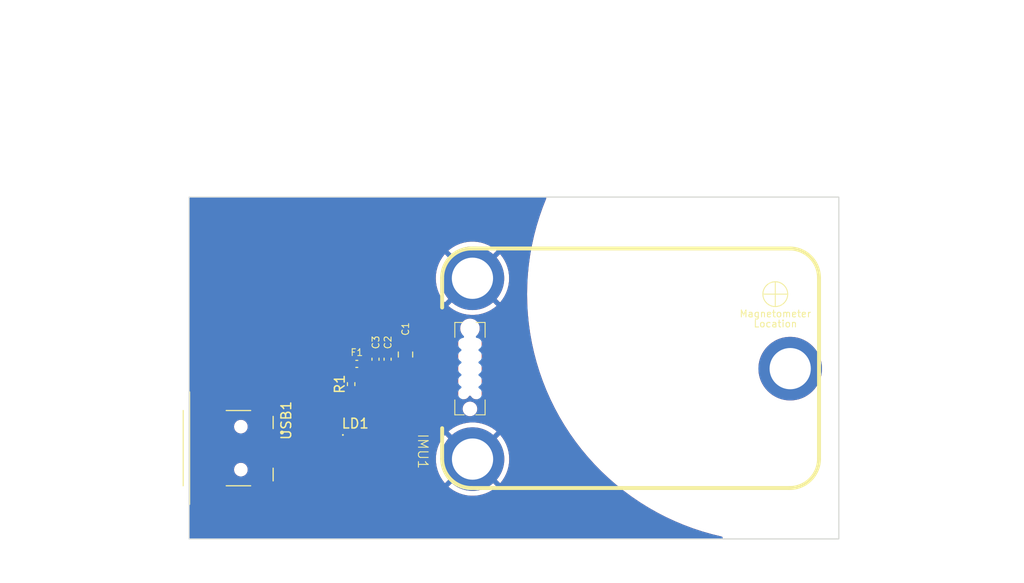
<source format=kicad_pcb>
(kicad_pcb (version 20221018) (generator pcbnew)
  (layers (0 "F.Cu" signal) (31 "B.Cu" signal) (34 "B.Paste" user) (35 "F.Paste" user) (36 "B.SilkS" user "B.Silkscreen") (37 "F.SilkS" user "F.Silkscreen") (38 "B.Mask" user) (39 "F.Mask" user) (44 "Edge.Cuts" user))
  (net 0 "")
  (net 1 "Net-(IMU1-VCC)")
  (net 2 "GND")
  (net 3 "+3V3")
  (net 12 "Net-(LD1-A)")
  (net 13 "VBUS")
  (footprint "Capacitor_SMD:C_0402_1005Metric" (layer "F.Cu") (at 114.31 96.33 90)
    (fp_text reference "C2" (at 1.72 0.03 90) (layer "F.SilkS") (effects (font (size 0.7 0.7) (thickness 0.1))))
    (fp_text value "0.1uF")
    (fp_line (start -0.107836 -0.36) (end 0.107836 -0.36) (stroke (width 0.12)) (layer "F.SilkS"))
    (fp_line (start -0.107836 0.36) (end 0.107836 0.36) (stroke (width 0.12)) (layer "F.SilkS"))
    (pad "1" smd roundrect (at -0.48 0 90) (size 0.56 0.62) (layers "F.Cu" "F.Paste" "F.Mask") (net 1 "Net-(IMU1-VCC)"))
    (pad "2" smd roundrect (at 0.48 0 90) (size 0.56 0.62) (layers "F.Cu" "F.Paste" "F.Mask") (net 2 "GND"))
  )
  (footprint "Herranz - Various:3DM-CV7" (layer "F.Cu") (at 122.99 106.54)
    (fp_text reference "IMU1" (at -5.07 -0.78 -90 unlocked) (layer "F.SilkS") (effects (font (thickness 0.1))))
    (fp_text value "SMD")
    (fp_text user "Magnetometer" (at 27.283001 -14.45 unlocked) (layer "F.SilkS") (effects (font (size 0.7 0.7) (thickness 0.1)) (justify left bottom)))
    (fp_text user "Location" (at 28.716334 -13.42 unlocked) (layer "F.SilkS") (effects (font (size 0.7 0.7) (thickness 0.1)) (justify left bottom)))
    (fp_line (start -3.1 -18.54) (end -3.1 -15.5) (stroke (width 0.4)) (layer "F.SilkS"))
    (fp_line (start -3.1 -0.03) (end -3.1 -3.15) (stroke (width 0.4)) (layer "F.SilkS"))
    (fp_line (start -1.804 -13.9706) (end -1.054 -13.9706) (stroke (width 0.1)) (layer "F.SilkS"))
    (fp_line (start -1.804 -12.4456) (end -1.804 -13.9706) (stroke (width 0.1)) (layer "F.SilkS"))
    (fp_line (start -1.804 -4.5206) (end -1.804 -6.0456) (stroke (width 0.1)) (layer "F.SilkS"))
    (fp_line (start -0.854 -4.5206) (end -1.804 -4.5206) (stroke (width 0.1)) (layer "F.SilkS"))
    (fp_line (start -0.1 -21.54) (end 32.46 -21.54) (stroke (width 0.4)) (layer "F.SilkS"))
    (fp_line (start 0.346 -4.5206) (end 1.296 -4.5206) (stroke (width 0.1)) (layer "F.SilkS"))
    (fp_line (start 1.296 -13.9706) (end 0.381 -13.9706) (stroke (width 0.1)) (layer "F.SilkS"))
    (fp_line (start 1.296 -12.4456) (end 1.296 -13.9706) (stroke (width 0.1)) (layer "F.SilkS"))
    (fp_line (start 1.296 -4.5206) (end 1.296 -6.0456) (stroke (width 0.1)) (layer "F.SilkS"))
    (fp_line (start 29.718 -16.8656) (end 32.258 -16.8656) (stroke (width 0.1)) (layer "F.SilkS"))
    (fp_line (start 30.988 -18.1356) (end 30.988 -15.5956) (stroke (width 0.1)) (layer "F.SilkS"))
    (fp_line (start 32.46 2.97) (end -0.1 2.97) (stroke (width 0.4)) (layer "F.SilkS"))
    (fp_line (start 35.46 -18.54) (end 35.46 -0.03) (stroke (width 0.4)) (layer "F.SilkS"))
    (fp_arc (start -3.1 -18.54) (mid -2.22132 -20.66132) (end -0.1 -21.54) (stroke (width 0.4)) (layer "F.SilkS"))
    (fp_arc (start -0.1 2.97) (mid -2.22132 2.09132) (end -3.1 -0.03) (stroke (width 0.4)) (layer "F.SilkS"))
    (fp_arc (start 32.46 -21.54) (mid 34.58132 -20.66132) (end 35.46 -18.54) (stroke (width 0.4)) (layer "F.SilkS"))
    (fp_arc (start 35.46 -0.03) (mid 34.58132 2.09132) (end 32.46 2.97) (stroke (width 0.4)) (layer "F.SilkS"))
    (fp_circle (center 30.988 -16.8656) (end 32.258 -16.8656) (stroke (width 0.1)) (fill none) (layer "F.SilkS"))
    (pad "" np_thru_hole circle (at -0.889 -11.7856 90) (size 0.7 0.7) (drill 0.7) (layers "*.Cu" "*.Mask"))
    (pad "" np_thru_hole circle (at -0.889 -10.5156 90) (size 0.7 0.7) (drill 0.7) (layers "*.Cu" "*.Mask"))
    (pad "" np_thru_hole circle (at -0.889 -9.2456 90) (size 0.7 0.7) (drill 0.7) (layers "*.Cu" "*.Mask"))
    (pad "" np_thru_hole circle (at -0.889 -7.9756 90) (size 0.7 0.7) (drill 0.7) (layers "*.Cu" "*.Mask"))
    (pad "" np_thru_hole circle (at -0.889 -6.7056 90) (size 0.7 0.7) (drill 0.7) (layers "*.Cu" "*.Mask"))
    (pad "" np_thru_hole circle (at -0.254 -13.3656 90) (size 1.5 1.5) (drill 1.5) (layers "*.Cu" "*.Mask"))
    (pad "" np_thru_hole circle (at -0.254 -5.1256 90) (size 1 1) (drill 1) (layers "*.Cu" "*.Mask"))
    (pad "" np_thru_hole circle (at 0.381 -11.7856 90) (size 0.7 0.7) (drill 0.7) (layers "*.Cu" "*.Mask"))
    (pad "" np_thru_hole circle (at 0.381 -10.5156 90) (size 0.7 0.7) (drill 0.7) (layers "*.Cu" "*.Mask"))
    (pad "" np_thru_hole circle (at 0.381 -9.2456 90) (size 0.7 0.7) (drill 0.7) (layers "*.Cu" "*.Mask"))
    (pad "" np_thru_hole circle (at 0.381 -7.9756 90) (size 0.7 0.7) (drill 0.7) (layers "*.Cu" "*.Mask"))
    (pad "" np_thru_hole circle (at 0.381 -6.7056 90) (size 0.7 0.7) (drill 0.7) (layers "*.Cu" "*.Mask"))
    (pad "1" smd rect (at -2.304 -6.7056 90) (size 0.74 1.7) (layers "F.Cu" "F.Paste" "F.Mask"))
    (pad "2" smd rect (at 1.796 -6.7056 90) (size 0.74 1.7) (layers "F.Cu" "F.Paste" "F.Mask"))
    (pad "3" smd rect (at -2.304 -7.9756 90) (size 0.74 1.7) (layers "F.Cu" "F.Paste" "F.Mask") (net 1 "Net-(IMU1-VCC)"))
    (pad "4" smd rect (at 1.796 -7.9756 90) (size 0.74 1.7) (layers "F.Cu" "F.Paste" "F.Mask"))
    (pad "5" smd rect (at -2.304 -9.2456 90) (size 0.74 1.7) (layers "F.Cu" "F.Paste" "F.Mask"))
    (pad "6" smd rect (at 1.796 -9.2456 90) (size 0.74 1.7) (layers "F.Cu" "F.Paste" "F.Mask"))
    (pad "7" smd rect (at -2.304 -10.5156 90) (size 0.74 1.7) (layers "F.Cu" "F.Paste" "F.Mask"))
    (pad "8" smd rect (at 1.796 -10.5156 90) (size 0.74 1.7) (layers "F.Cu" "F.Paste" "F.Mask") (net 2 "GND"))
    (pad "9" smd rect (at -2.304 -11.7856 90) (size 0.74 1.7) (layers "F.Cu" "F.Paste" "F.Mask"))
    (pad "10" smd rect (at 1.796 -11.7856 90) (size 0.74 1.7) (layers "F.Cu" "F.Paste" "F.Mask"))
    (zone (net 0) (net_name "") (layers "*.Cu" "User.1") (connect_pads (clearance 0)) (min_thickness 0.25)
      (keepout (tracks not_allowed) (vias not_allowed) (pads not_allowed) (copperpour not_allowed) (footprints not_allowed))
      (fill (thermal_gap 0.5) (thermal_bridge_width 0.5))
      (polygon (pts (xy 179.378 89.6744) (xy 179.357919 88.664585) (xy 179.297707 87.656366) (xy 179.197459 86.651338) (xy 179.057334 85.65109) (xy 178.877553 84.657204) (xy 178.658401 83.671251) (xy 178.400225 82.694791) (xy 178.103431 81.729366) (xy 177.768491 80.776504) (xy 177.395933 79.837712) (xy 176.986346 78.914474) (xy 176.540378 78.008249) (xy 176.058735 77.120471) (xy 175.542177 76.252543) (xy 174.991522 75.405838) (xy 174.407641 74.581694) (xy 173.791456 73.781415) (xy 173.143941 73.006266) (xy 172.466122 72.257473) (xy 171.759069 71.536219) (xy 171.0239 70.843646) (xy 170.261778 70.180848) (xy 169.473909 69.548874) (xy 168.661537 68.948722) (xy 167.825947 68.381341) (xy 166.968461 67.847629) (xy 166.090435 67.34843) (xy 165.193256 66.884533) (xy 164.278343 66.456671) (xy 163.347144 66.065521) (xy 162.40113 65.711702) (xy 161.441797 65.395773) (xy 160.470662 65.118233) (xy 159.489262 64.879522) (xy 158.499147 64.680016) (xy 157.501883 64.520032) (xy 156.499046 64.399821) (xy 155.492224 64.319576) (xy 154.483008 64.279421) (xy 153.472992 64.279421) (xy 152.463776 64.319576) (xy 151.456954 64.399821) (xy 150.454117 64.520032) (xy 149.456853 64.680016) (xy 148.466738 64.879522) (xy 147.485338 65.118233) (xy 146.514203 65.395773) (xy 145.55487 65.711702) (xy 144.608856 66.065521) (xy 143.677657 66.456671) (xy 142.762744 66.884533) (xy 141.865565 67.34843) (xy 140.987539 67.847629) (xy 140.130053 68.381341) (xy 139.294463 68.948722) (xy 138.482091 69.548874) (xy 137.694222 70.180848) (xy 136.9321 70.843646) (xy 136.196931 71.536219) (xy 135.489878 72.257473) (xy 134.812059 73.006266) (xy 134.164544 73.781415) (xy 133.548359 74.581694) (xy 132.964478 75.405838) (xy 132.413823 76.252543) (xy 131.897265 77.120471) (xy 131.415622 78.008249) (xy 130.969654 78.914474) (xy 130.560067 79.837712) (xy 130.187509 80.776504) (xy 129.852569 81.729366) (xy 129.555775 82.694791) (xy 129.297599 83.671251) (xy 129.078447 84.657204) (xy 128.898666 85.65109) (xy 128.758541 86.651338) (xy 128.658293 87.656366) (xy 128.598081 88.664585) (xy 128.578 89.6744) (xy 128.598081 90.684215) (xy 128.658293 91.692434) (xy 128.758541 92.697462) (xy 128.898666 93.69771) (xy 129.078447 94.691596) (xy 129.297599 95.677549) (xy 129.555775 96.654009) (xy 129.852569 97.619434) (xy 130.187509 98.572296) (xy 130.560067 99.511088) (xy 130.969654 100.434326) (xy 131.415622 101.340551) (xy 131.897265 102.228329) (xy 132.413823 103.096257) (xy 132.964478 103.942962) (xy 133.548359 104.767106) (xy 134.164544 105.567385) (xy 134.812059 106.342534) (xy 135.489878 107.091327) (xy 136.196931 107.812581) (xy 136.9321 108.505154) (xy 137.694222 109.167952) (xy 138.482091 109.799926) (xy 139.294463 110.400078) (xy 140.130053 110.967459) (xy 140.987539 111.501171) (xy 141.865565 112.00037) (xy 142.762744 112.464267) (xy 143.677657 112.892129) (xy 144.608856 113.283279) (xy 145.55487 113.637098) (xy 146.514203 113.953027) (xy 147.485338 114.230567) (xy 148.466738 114.469278) (xy 149.456853 114.668784) (xy 150.454117 114.828768) (xy 151.456954 114.948979) (xy 152.463776 115.029224) (xy 153.472992 115.069379) (xy 154.483008 115.069379) (xy 155.492224 115.029224) (xy 156.499046 114.948979) (xy 157.501883 114.828768) (xy 158.499147 114.668784) (xy 159.489262 114.469278) (xy 160.470662 114.230567) (xy 161.441797 113.953027) (xy 162.40113 113.637098) (xy 163.347144 113.283279) (xy 164.278343 112.892129) (xy 165.193256 112.464267) (xy 166.090435 112.00037) (xy 166.968461 111.501171) (xy 167.825947 110.967459) (xy 168.661537 110.400078) (xy 169.473909 109.799926) (xy 170.261778 109.167952) (xy 171.0239 108.505154) (xy 171.759069 107.812581) (xy 172.466122 107.091327) (xy 173.143941 106.342534) (xy 173.791456 105.567385) (xy 174.407641 104.767106) (xy 174.991522 103.942962) (xy 175.542177 103.096257) (xy 176.058735 102.228329) (xy 176.540378 101.340551) (xy 176.986346 100.434326) (xy 177.395933 99.511088) (xy 177.768491 98.572296) (xy 178.103431 97.619434) (xy 178.400225 96.654009) (xy 178.658401 95.677549) (xy 178.877553 94.691596) (xy 179.057334 93.69771) (xy 179.197459 92.697462) (xy 179.297707 91.692434) (xy 179.357919 90.684215)))
    )
  )
  (footprint "Herranz - Conn General:TE_1734328-1" (layer "F.Cu") (at 101.7975 105.43 -90)
    (fp_text reference "USB1" (at -2.83005 -2.13883 90) (layer "F.SilkS") (effects (font (size 1.001795 1.001795))))
    (fp_text value "1734328-1")
    (fp_line (start -5.75 7.75) (end 5.75 7.75) (stroke (width 0.127)) (layer "F.SilkS"))
    (fp_line (start -3.85 1.5) (end -3.85 4) (stroke (width 0.127)) (layer "F.SilkS"))
    (fp_line (start -3.85 8.4) (end 3.85 8.4) (stroke (width 0.127)) (layer "F.SilkS"))
    (fp_line (start -3.25 -0.8) (end -2 -0.8) (stroke (width 0.127)) (layer "F.SilkS"))
    (fp_line (start 2.05 -0.8) (end 3.35 -0.8) (stroke (width 0.127)) (layer "F.SilkS"))
    (fp_line (start 3.85 1.5) (end 3.85 4) (stroke (width 0.127)) (layer "F.SilkS"))
    (fp_circle (center -1.6 -1.7) (end -1.5 -1.7) (stroke (width 0.2)) (fill none) (layer "F.SilkS"))
    (pad "" np_thru_hole circle (at -2.2 2.5 270) (size 0.9 0.9) (drill 0.9) (layers "*.Cu" "*.Mask"))
    (pad "" np_thru_hole circle (at 2.2 2.5 270) (size 0.9 0.9) (drill 0.9) (layers "*.Cu" "*.Mask"))
    (pad "1" smd rect (at -1.6 -0.1) (size 2.3 0.5) (layers "F.Cu" "F.Paste" "F.Mask") (net 13 "VBUS"))
    (pad "2" smd rect (at -0.8 -0.1) (size 2.3 0.5) (layers "F.Cu" "F.Paste" "F.Mask"))
    (pad "3" smd rect (at 0 -0.1) (size 2.3 0.5) (layers "F.Cu" "F.Paste" "F.Mask"))
    (pad "4" smd rect (at 0.8 -0.1) (size 2.3 0.5) (layers "F.Cu" "F.Paste" "F.Mask"))
    (pad "5" smd rect (at 1.6 -0.1) (size 2.3 0.5) (layers "F.Cu" "F.Paste" "F.Mask") (net 2 "GND"))
    (pad "6" smd rect (at -4.45 0 270) (size 2 2.5) (layers "F.Cu" "F.Paste" "F.Mask") (net 2 "GND"))
    (pad "7" smd rect (at -4.45 5.5 270) (size 2 2.5) (layers "F.Cu" "F.Paste" "F.Mask") (net 2 "GND"))
    (pad "8" smd rect (at 4.45 5.5 270) (size 2 2.5) (layers "F.Cu" "F.Paste" "F.Mask") (net 2 "GND"))
    (pad "9" smd rect (at 4.45 0 270) (size 2 2.5) (layers "F.Cu" "F.Paste" "F.Mask") (net 2 "GND"))
  )
  (footprint "Capacitor_SMD:C_0402_1005Metric" (layer "F.Cu") (at 113.07 96.33 90)
    (fp_text reference "C3" (at 1.72 0.03 90) (layer "F.SilkS") (effects (font (size 0.7 0.7) (thickness 0.1))))
    (fp_text value "10pf")
    (fp_line (start -0.107836 -0.36) (end 0.107836 -0.36) (stroke (width 0.12)) (layer "F.SilkS"))
    (fp_line (start -0.107836 0.36) (end 0.107836 0.36) (stroke (width 0.12)) (layer "F.SilkS"))
    (pad "1" smd roundrect (at -0.48 0 90) (size 0.56 0.62) (layers "F.Cu" "F.Paste" "F.Mask") (net 1 "Net-(IMU1-VCC)"))
    (pad "2" smd roundrect (at 0.48 0 90) (size 0.56 0.62) (layers "F.Cu" "F.Paste" "F.Mask") (net 2 "GND"))
  )
  (footprint "LED_SMD:LED_0402_1005Metric_Pad0.77x0.64mm_HandSolder" (layer "F.Cu") (at 111 104.08)
    (fp_text reference "LD1" (at 0 -1.17) (layer "F.SilkS"))
    (fp_text value "LED_Generic")
    (fp_circle (center -1.265 0) (end -1.215 0) (stroke (width 0.1)) (fill none) (layer "F.SilkS"))
    (pad "1" smd roundrect (at -0.5725 0) (size 0.765 0.64) (layers "F.Cu" "F.Paste" "F.Mask") (net 12 "Net-(LD1-A)"))
    (pad "2" smd roundrect (at 0.5725 0) (size 0.765 0.64) (layers "F.Cu" "F.Paste" "F.Mask") (net 2 "GND"))
  )
  (footprint "Resistor_SMD:R_0402_1005Metric" (layer "F.Cu") (at 110.58 98.88 90)
    (fp_text reference "R1" (at 0 -1.17 90) (layer "F.SilkS"))
    (fp_text value "1.0K")
    (fp_line (start -0.153641 -0.38) (end 0.153641 -0.38) (stroke (width 0.12)) (layer "F.SilkS"))
    (fp_line (start -0.153641 0.38) (end 0.153641 0.38) (stroke (width 0.12)) (layer "F.SilkS"))
    (pad "1" smd roundrect (at -0.51 0 90) (size 0.54 0.64) (layers "F.Cu" "F.Paste" "F.Mask") (net 12 "Net-(LD1-A)"))
    (pad "2" smd roundrect (at 0.51 0 90) (size 0.54 0.64) (layers "F.Cu" "F.Paste" "F.Mask") (net 3 "+3V3"))
  )
  (footprint "Capacitor_SMD:C_0805_2012Metric" (layer "F.Cu") (at 116.14 95.85 90)
    (fp_text reference "C1" (at 2.61 0 90) (layer "F.SilkS") (effects (font (size 0.7 0.7) (thickness 0.1))))
    (fp_text value "0.1uF")
    (fp_line (start -0.261252 -0.735) (end 0.261252 -0.735) (stroke (width 0.12)) (layer "F.SilkS"))
    (fp_line (start -0.261252 0.735) (end 0.261252 0.735) (stroke (width 0.12)) (layer "F.SilkS"))
    (pad "1" smd roundrect (at -0.95 0 90) (size 1 1.45) (layers "F.Cu" "F.Paste" "F.Mask") (net 1 "Net-(IMU1-VCC)"))
    (pad "2" smd roundrect (at 0.95 0 90) (size 1 1.45) (layers "F.Cu" "F.Paste" "F.Mask") (net 2 "GND"))
  )
  (footprint "Inductor_SMD:L_0402_1005Metric_Pad0.77x0.64mm_HandSolder" (layer "F.Cu") (at 111.1575 96.81)
    (fp_text reference "F1" (at 0 -1.17) (layer "F.SilkS") (effects (font (size 0.7 0.7) (thickness 0.1))))
    (fp_text value "~")
    (fp_line (start -0.1002 -0.36) (end 0.1002 -0.36) (stroke (width 0.12)) (layer "F.SilkS"))
    (fp_line (start -0.1002 0.36) (end 0.1002 0.36) (stroke (width 0.12)) (layer "F.SilkS"))
    (pad "1" smd roundrect (at -0.5725 0) (size 0.765 0.64) (layers "F.Cu" "F.Paste" "F.Mask") (net 3 "+3V3"))
    (pad "2" smd roundrect (at 0.5725 0) (size 0.765 0.64) (layers "F.Cu" "F.Paste" "F.Mask") (net 1 "Net-(IMU1-VCC)"))
  )
  (footprint "Herranz - Fasteners:SMTSOB-M25-2ET" (layer "B.Cu") (at 122.99 106.54 180)
    (fp_text reference "MC1" hide)
    (fp_text value "M2.5_2mm_Insert")
    (pad "1" thru_hole circle (at -0.01 -0.01 180) (size 6.5 6.5) (drill 4.22) (layers "*.Cu" "*.Mask") (net 2 "GND"))
  )
  (footprint "Herranz - Fasteners:SMTSOB-M25-2ET" (layer "B.Cu") (at 155.49208 97.284508 180)
    (fp_text reference "MC3" hide)
    (fp_text value "M2.5_2mm_Insert")
    (pad "1" thru_hole circle (at -0.01 -0.01 180) (size 6.5 6.5) (drill 4.22) (layers "*.Cu" "*.Mask") (net 2 "GND"))
  )
  (footprint "Herranz - Fasteners:SMTSOB-M25-2ET" (layer "B.Cu") (at 122.980231 88.038844 180)
    (fp_text reference "MC2" hide)
    (fp_text value "M2.5_2mm_Insert")
    (pad "1" thru_hole circle (at -0.01 -0.01 180) (size 6.5 6.5) (drill 4.22) (layers "*.Cu" "*.Mask") (net 2 "GND"))
  )
  (gr_rect (start 94 79.74) (end 160.48 114.72) (stroke (width 0.1)) (fill none) (layer "Edge.Cuts"))
  (segment (start 111.73 96.81) (end 116.13 96.81) (width 0.5) (layer "F.Cu") (net 1))
  (segment (start 116.14 96.8) (end 116.39 96.8) (width 0.5) (layer "F.Cu") (net 1))
  (segment (start 118.1544 98.5644) (end 120.686 98.5644) (width 0.5) (layer "F.Cu") (net 1))
  (segment (start 116.13 96.81) (end 116.14 96.8) (width 0.5) (layer "F.Cu") (net 1))
  (segment (start 116.39 96.8) (end 118.1544 98.5644) (width 0.5) (layer "F.Cu") (net 1))
  (zone (net 2) (net_name "GND") (layers "F&B.Cu") (connect_pads (clearance 0.5)) (min_thickness 0.25) (fill yes (thermal_gap 0.5) (thermal_bridge_width 0.5))
    (polygon (pts (xy 74.65 77.75) (xy 74.65 119.26) (xy 166.27 119.06) (xy 165.76 77.95)))
  )
)
</source>
